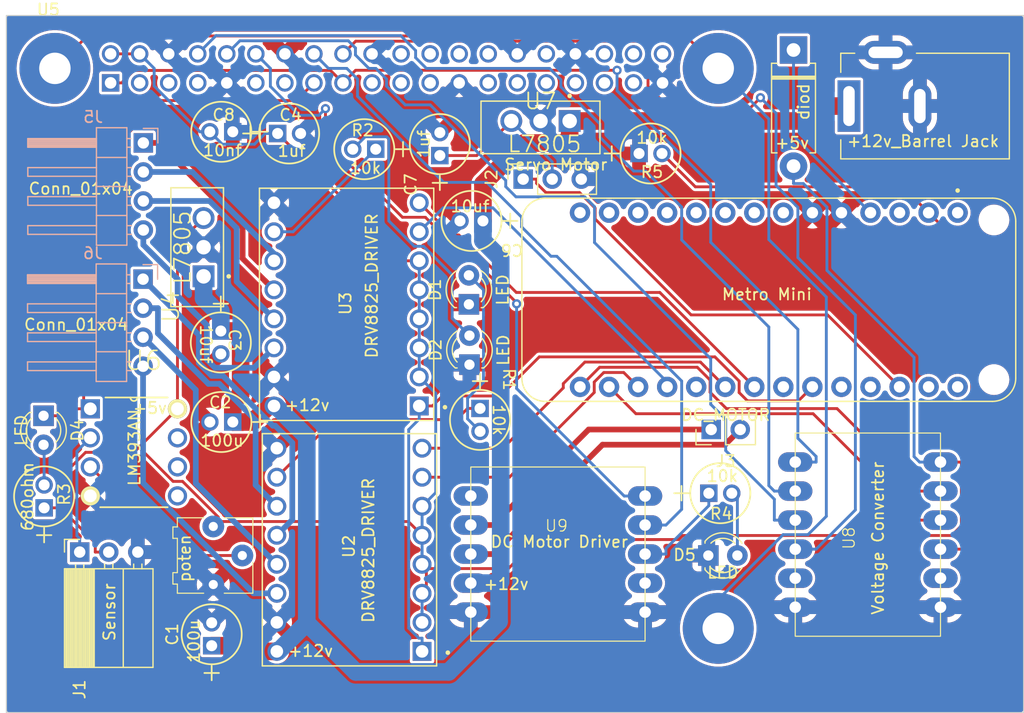
<source format=kicad_pcb>
(kicad_pcb (version 20221018) (generator pcbnew)
  (layers (0 "F.Cu" signal) (31 "B.Cu" signal) (34 "B.Paste" user) (35 "F.Paste" user) (36 "B.SilkS" user "B.Silkscreen") (37 "F.SilkS" user "F.Silkscreen") (38 "B.Mask" user) (39 "F.Mask" user) (44 "Edge.Cuts" user))
  (net 0 "")
  (net 1 "+12V")
  (net 2 "GND")
  (net 3 "+5V")
  (net 4 "Net-(J2-Pin_2)")
  (net 5 "Net-(D1-A)")
  (net 6 "Net-(D2-A)")
  (net 7 "Net-(D3-K)")
  (net 8 "OUTPUT")
  (net 9 "Net-(D4-A)")
  (net 10 "Net-(D5-A)")
  (net 11 "INPUT")
  (net 12 "SERVO")
  (net 13 "M1")
  (net 14 "M2")
  (net 15 "Net-(U2-~{FLT})")
  (net 16 "Net-(U3-~{FLT})")
  (net 17 "Net-(U9-FLT)")
  (net 18 "reset")
  (net 19 "VOLT_ADJUSTEMENT")
  (net 30 "RX_METRO")
  (net 31 "TX_METRO")
  (net 32 "X_STEP")
  (net 33 "Y_STEP")
  (net 35 "X_DIR")
  (net 36 "Y_DIR")
  (net 38 "ENABLE")
  (net 39 "X_LIMIT")
  (net 40 "Y_LIMIT")
  (net 43 "Net-(J5-Pin_1)")
  (net 44 "Net-(J5-Pin_2)")
  (net 45 "Net-(J5-Pin_3)")
  (net 46 "Net-(J5-Pin_4)")
  (net 47 "Net-(J6-Pin_1)")
  (net 48 "Net-(J6-Pin_2)")
  (net 49 "Net-(J6-Pin_3)")
  (net 50 "Net-(J6-Pin_4)")
  (net 51 "+3.3V")
  (net 55 "TX_RASP")
  (net 56 "RX_RASP")
  (net 58 "PWM")
  (net 60 "DIR")
  (net 61 "GPIO24")
  (net 79 "Net-(U5-SHIELD-PadS1)")
  (footprint "Main Library:100u" (layer "F.Cu") (at 102.35 78.6316 90)
    (fp_text reference "R3")
    (fp_text value "680ohm")
  )
  (footprint "Main Library:LM393AN" (layer "F.Cu") (at 114.01 77.585)
    (fp_text reference "U6")
    (fp_text value "LM393AN")
  )
  (footprint "LED_THT:LED_D3.0mm" (layer "F.Cu") (at 160.425 82.8)
    (fp_text reference "D5")
    (fp_text value "LED")
  )
  (footprint "Main Library:100u" (layer "F.Cu") (at 117 90.6933 90)
    (fp_text reference "C1")
    (fp_text value "100u")
  )
  (footprint "Main Library:100u" (layer "F.Cu") (at 122.7684 45.875)
    (fp_text reference "C4")
    (fp_text value "1uf")
  )
  (footprint "Main Library:100u" (layer "F.Cu") (at 118.8466 71.12 180)
    (fp_text reference "C2")
    (fp_text value "100u")
  )
  (footprint "Main Library:100u" (layer "F.Cu") (at 140.465 69.9317 -90)
    (fp_text reference "R1")
    (fp_text value "10k")
  )
  (footprint "Main Library:L7805" (layer "F.Cu") (at 116.293 58.375 90)
    (fp_text reference "U4")
    (fp_text value "L7805")
  )
  (footprint "Main Library:100u" (layer "F.Cu") (at 140.7183 53.525 180)
    (fp_text reference "C6")
    (fp_text value "10uf")
  )
  (footprint "Main Library:DC_MOTOR_DRIVER" (layer "F.Cu") (at 139.655 90.295)
    (fp_text reference "U9")
    (fp_text value "+12v")
  )
  (footprint "Main Library:100u" (layer "F.Cu") (at 118.8433 45.725 180)
    (fp_text reference "C8")
    (fp_text value "10nf")
  )
  (footprint "LED_THT:LED_D3.0mm" (layer "F.Cu") (at 139.49 60.825 90)
    (fp_text reference "D1")
    (fp_text value "LED")
  )
  (footprint "Main Library:L7805" (layer "F.Cu") (at 148.3 44.782 180)
    (fp_text reference "U7")
    (fp_text value "L7805")
  )
  (footprint "Main Library:Metro Mini" (layer "F.Cu") (at 165.715 60.425 -90)
    (fp_text reference "U1" hide)
    (fp_text value "Metro Mini")
  )
  (footprint "PCM_SL_Footprints:potentiometer_3362P" (layer "F.Cu") (at 117.3 82.8 90)
    (fp_text reference "RV1")
    (fp_text value "poten")
  )
  (footprint "Main Library:RASPBERRY_PI_3_MODEL_B_" (layer "F.Cu") (at 142.2918 64.6782)
    (fp_text reference "U5")
    (fp_text value "RASPBERRY_PI_3_MODEL_B_" hide)
  )
  (footprint "Connector_PinSocket_2.54mm:PinSocket_1x03_P2.54mm_Horizontal" (layer "F.Cu") (at 105.46 82.5 90)
    (fp_text reference "J1")
    (fp_text value "Sensor ")
  )
  (footprint "Connector_BarrelJack:BarrelJack_Kycon_KLDX-0202-xC_Horizontal" (layer "F.Cu") (at 172.725 43.475 180)
    (fp_text reference "J4" hide)
    (fp_text value "+12v_Barrel Jack")
  )
  (footprint "Main Library:100u" (layer "F.Cu") (at 136.95 47.8066 90)
    (fp_text reference "C7")
    (fp_text value "1uf")
  )
  (footprint "Main Library:DRV8825" (layer "F.Cu") (at 128.7975 60.825 180)
    (fp_text reference "U3")
    (fp_text value "DRV8825_DRIVER")
  )
  (footprint "Main Library:VOLTAGE LEVEL SHIFTER CONVERTER" (layer "F.Cu") (at 168.025 89.865)
    (fp_text reference "U8")
    (fp_text value "Voltage Converter")
  )
  (footprint "LED_THT:LED_D3.0mm" (layer "F.Cu") (at 139.54 66.1 90)
    (fp_text reference "D2")
    (fp_text value "LED")
  )
  (footprint "LED_THT:LED_D3.0mm" (layer "F.Cu") (at 102.3 70.575 -90)
    (fp_text reference "D4")
    (fp_text value "LED")
  )
  (footprint "Main Library:100u" (layer "F.Cu") (at 131.3433 47.25 180)
    (fp_text reference "R2")
    (fp_text value "10k")
  )
  (footprint "Main Library:100u" (layer "F.Cu") (at 154.3684 47.625)
    (fp_text reference "R5")
    (fp_text value "10k")
  )
  (footprint "Main Library:100u" (layer "F.Cu") (at 160.4684 77.35)
    (fp_text reference "R4")
    (fp_text value "10k")
  )
  (footprint "Connector_PinSocket_2.54mm:PinSocket_2x01_P2.54mm_Vertical" (layer "F.Cu") (at 160.675 71.775 180)
    (fp_text reference "J3")
    (fp_text value "DC_MOTOR")
  )
  (footprint "Main Library:100u" (layer "F.Cu") (at 117.8 63.1567 -90)
    (fp_text reference "C3")
    (fp_text value "10uf")
  )
  (footprint "Diode_THT:D_DO-15_P10.16mm_Horizontal" (layer "F.Cu") (at 167.875 38.57 -90)
    (fp_text reference "+5v" hide)
    (fp_text value "diod")
  )
  (footprint "Main Library:DRV8825" (layer "F.Cu") (at 129.0475 82.3 180)
    (fp_text reference "U2")
    (fp_text value "DRV8825_DRIVER")
  )
  (footprint "Connector_PinSocket_2.54mm:PinSocket_1x03_P2.54mm_Vertical" (layer "F.Cu") (at 144.235 49.868 90)
    (fp_text reference "J2")
    (fp_text value "Servo Motor")
  )
  (footprint "Connector_PinHeader_2.54mm:PinHeader_1x04_P2.54mm_Horizontal" (layer "B.Cu") (at 111 58.62 180)
    (fp_text reference "J6")
    (fp_text value "Conn_01x04")
  )
  (footprint "Connector_PinHeader_2.54mm:PinHeader_1x04_P2.54mm_Horizontal" (layer "B.Cu") (at 111.025 46.7 180)
    (fp_text reference "J5")
    (fp_text value "Conn_01x04")
  )
  (gr_rect (start 99.05 35.55) (end 188 96.55) (stroke (width 0.1)) (fill none) (layer "Edge.Cuts"))
  (segment (start 170.753 43.475) (end 172.725 43.475) (width 1.54) (layer "F.Cu") (net 1))
  (segment (start 119.534 63.1567) (end 117.8 63.1567) (width 1.54) (layer "F.Cu") (net 1))
  (segment (start 121.986 69.715) (end 120.58 71.12) (width 1.54) (layer "F.Cu") (net 1))
  (segment (start 169.446 44.782) (end 170.753 43.475) (width 1.54) (layer "F.Cu") (net 1))
  (segment (start 148.3 44.782) (end 148.3 46.7089) (width 1.54) (layer "F.Cu") (net 1))
  (segment (start 118.847 71.12) (end 118.847 69.3861) (width 1.54) (layer "F.Cu") (net 1))
  (segment (start 119.7135 71.12) (end 118.8466 71.12) (width 1.54) (layer "F.Cu") (net 1))
  (segment (start 117 90.6933) (end 118.734 90.6933) (width 1.54) (layer "F.Cu") (net 1))
  (segment (start 148.3 44.782) (end 169.446 44.782) (width 1.54) (layer "F.Cu") (net 1))
  (segment (start 140.718 50.2872) (end 140.718 53.525) (width 1.54) (layer "F.Cu") (net 1))
  (segment (start 120.58 71.12) (end 119.7135 71.12) (width 1.54) (layer "F.Cu") (net 1))
  (segment (start 122.4475 69.715) (end 121.986 69.715) (width 1.54) (layer "F.Cu") (net 1))
  (segment (start 118.734 90.6933) (end 119.231 91.19) (width 1.54) (layer "F.Cu") (net 1))
  (segment (start 118.847 69.3861) (end 119.534 68.6988) (width 1.54) (layer "F.Cu") (net 1))
  (segment (start 119.534 68.6988) (end 119.534 63.1567) (width 1.54) (layer "F.Cu") (net 1))
  (segment (start 148.3 46.7089) (end 144.297 46.7089) (width 1.54) (layer "F.Cu") (net 1))
  (segment (start 119.7135 71.12) (end 118.847 71.12) (width 1.54) (layer "F.Cu") (net 1))
  (segment (start 140.7183 53.525) (end 140.718 53.525) (width 1.54) (layer "F.Cu") (net 1))
  (segment (start 122.448 69.715) (end 122.4475 69.715) (width 1.54) (layer "F.Cu") (net 1))
  (segment (start 144.297 46.7089) (end 140.718 50.2872) (width 1.54) (layer "F.Cu") (net 1))
  (segment (start 119.231 91.19) (end 122.6975 91.19) (width 1.54) (layer "F.Cu") (net 1))
  (segment (start 122.6975 91.19) (end 122.698 91.19) (width 1.54) (layer "F.Cu") (net 1))
  (segment (start 140.718 54.3919) (end 140.7183 54.3916) (width 1.54) (layer "B.Cu") (net 1))
  (segment (start 140.718 55.2589) (end 140.718 54.3919) (width 1.54) (layer "B.Cu") (net 1))
  (segment (start 122.448 69.715) (end 122.4475 69.715) (width 1.54) (layer "B.Cu") (net 1))
  (segment (start 122.698 91.19) (end 122.825 91.19) (width 1.54) (layer "B.Cu") (net 1))
  (segment (start 125.314 72.4076) (end 122.622 69.715) (width 1.54) (layer "B.Cu") (net 1))
  (segment (start 122.622 69.715) (end 122.448 69.715) (width 1.54) (layer "B.Cu") (net 1))
  (segment (start 117.8 61.4228) (end 117.414 61.4228) (width 1.54) (layer "B.Cu") (net 1))
  (segment (start 122.825 91.19) (end 125.314 88.7012) (width 1.54) (layer "B.Cu") (net 1))
  (segment (start 142.127 85.215) (end 142.27 85.0714) (width 1.54) (layer "B.Cu") (net 1))
  (segment (start 125.314 88.7012) (end 125.314 72.4076) (width 1.54) (layer "B.Cu") (net 1))
  (segment (start 140.718 54.3919) (end 140.718 53.525) (width 1.54) (layer "B.Cu") (net 1))
  (segment (start 125.314 88.7012) (end 129.6 92.9869) (width 1.54) (layer "B.Cu") (net 1))
  (segment (start 117.8 63.1567) (end 117.8 61.4228) (width 1.54) (layer "B.Cu") (net 1))
  (segment (start 139.655 85.215) (end 142.127 85.215) (width 1.54) (layer "B.Cu") (net 1))
  (segment (start 142.27 85.0714) (end 142.27 56.8111) (width 1.54) (layer "B.Cu") (net 1))
  (segment (start 129.6 92.9869) (end 137.718 92.9869) (width 1.54) (layer "B.Cu") (net 1))
  (segment (start 122.6975 91.19) (end 122.698 91.19) (width 1.54) (layer "B.Cu") (net 1))
  (segment (start 142.127 88.5779) (end 142.127 85.215) (width 1.54) (layer "B.Cu") (net 1))
  (segment (start 116.293 60.3019) (end 116.293 58.375) (width 1.54) (layer "B.Cu") (net 1))
  (segment (start 117.414 61.4228) (end 116.293 60.3019) (width 1.54) (layer "B.Cu") (net 1))
  (segment (start 140.7183 54.3916) (end 140.7183 53.525) (width 1.54) (layer "B.Cu") (net 1))
  (segment (start 142.27 56.8111) (end 140.718 55.2589) (width 1.54) (layer "B.Cu") (net 1))
  (segment (start 137.718 92.9869) (end 142.127 88.5779) (width 1.54) (layer "B.Cu") (net 1))
  (segment (start 157.84 81.405) (end 145.486 81.405) (width 0.25) (layer "F.Cu") (net 3))
  (segment (start 117.571 79.8289) (end 117.571 79.4319) (width 0.25) (layer "F.Cu") (net 3))
  (segment (start 182.552 80.199) (end 181.7 81.0507) (width 0.25) (layer "F.Cu") (net 3))
  (segment (start 122.7682 45.8752) (end 122.768 45.875) (width 0.25) (layer "F.Cu") (net 3))
  (segment (start 113.625 76.315) (end 110.643 73.3324) (width 0.25) (layer "F.Cu") (net 3))
  (segment (start 158.194 81.0507) (end 157.84 81.405) (width 0.25) (layer "F.Cu") (net 3))
  (segment (start 110.2 73.775) (end 110.643 73.3324) (width 0.25) (layer "F.Cu") (net 3))
  (segment (start 135.585 85.9225) (end 135.398 86.11) (width 0.25) (layer "F.Cu") (net 3))
  (segment (start 110.702 38.9082) (end 110.7018 38.9082) (width 0.25) (layer "F.Cu") (net 3))
  (segment (start 106.823 82.5) (end 106.823 81.6909) (width 0.25) (layer "F.Cu") (net 3))
  (segment (start 114.454 76.315) (end 113.625 76.315) (width 0.25) (layer "F.Cu") (net 3))
  (segment (start 110.643 73.3324) (end 114.01 69.965) (width 0.25) (layer "F.Cu") (net 3))
  (segment (start 135.398 81.03) (end 135.3977 81.0298) (width 0.25) (layer "F.Cu") (net 3))
  (segment (start 135.148 57.015) (end 135.1475 57.015) (width 0.25) (layer "F.Cu") (net 3))
  (segment (start 182.552 74.625) (end 182.552 80.199) (width 0.25) (layer "F.Cu") (net 3))
  (segment (start 114.01 55.558) (end 116.293 53.275) (width 0.25) (layer "F.Cu") (net 3))
  (segment (start 180.725 74.625) (end 182.552 74.625) (width 0.25) (layer "F.Cu") (net 3))
  (segment (start 108.162 38.9082) (end 108.1618 38.9082) (width 0.25) (layer "F.Cu") (net 3))
  (segment (start 135.3975 83.57) (end 135.398 83.57) (width 0.25) (layer "F.Cu") (net 3))
  (segment (start 114.01 69.965) (end 114.01 55.558) (width 0.25) (layer "F.Cu") (net 3))
  (segment (start 105.972 73.775) (end 110.2 73.775) (width 0.25) (layer "F.Cu") (net 3))
  (segment (start 135.3975 81.03) (end 135.3977 81.0298) (width 0.25) (layer "F.Cu") (net 3))
  (segment (start 133.908 57.015) (end 122.7682 45.8752) (width 0.25) (layer "F.Cu") (net 3))
  (segment (start 122.7684 45.875) (end 122.7682 45.8752) (width 0.25) (layer "F.Cu") (net 3))
  (segment (start 135.1475 57.015) (end 133.908 57.015) (width 0.25) (layer "F.Cu") (net 3))
  (segment (start 108 82.5) (end 106.823 82.5) (width 0.25) (layer "F.Cu") (net 3))
  (segment (start 145.486 81.405) (end 142.946 83.945) (width 0.25) (layer "F.Cu") (net 3))
  (segment (start 117.571 79.8289) (end 117.14 80.26) (width 0.25) (layer "F.Cu") (net 3))
  (segment (start 135.772 83.945) (end 135.398 83.57) (width 0.25) (layer "F.Cu") (net 3))
  (segment (start 135.772 85.735) (end 135.585 85.9225) (width 0.25) (layer "F.Cu") (net 3))
  (segment (start 135.772 83.945) (end 135.772 85.735) (width 0.25) (layer "F.Cu") (net 3))
  (segment (start 135.3977 81.0298) (end 134.196 79.8289) (width 0.25) (layer "F.Cu") (net 3))
  (segment (start 117.571 79.4319) (end 114.454 76.315) (width 0.25) (layer "F.Cu") (net 3))
  (segment (start 110.7018 38.9082) (end 108.162 38.9082) (width 0.25) (layer "F.Cu") (net 3))
  (segment (start 103.764 75.9832) (end 105.972 73.775) (width 0.25) (layer "F.Cu") (net 3))
  (segment (start 103.764 78.6316) (end 102.35 78.6316) (width 0.25) (layer "F.Cu") (net 3))
  (segment (start 181.7 81.0507) (end 158.194 81.0507) (width 0.25) (layer "F.Cu") (net 3))
  (segment (start 142.946 83.945) (end 135.772 83.945) (width 0.25) (layer "F.Cu") (net 3))
  (segment (start 106.823 81.6909) (end 103.764 78.6316) (width 0.25) (layer "F.Cu") (net 3))
  (segment (start 134.196 79.8289) (end 117.571 79.8289) (width 0.25) (layer "F.Cu") (net 3))
  (segment (start 103.764 78.6316) (end 103.764 75.9832) (width 0.25) (layer "F.Cu") (net 3))
  (segment (start 135.585 85.9225) (end 135.3975 86.11) (width 0.25) (layer "F.Cu") (net 3))
  (segment (start 135.3975 86.11) (end 135.398 86.11) (width 0.25) (layer "B.Cu") (net 3))
  (segment (start 167.875 50.2569) (end 167.875 48.73) (width 0.25) (layer "B.Cu") (net 3))
  (segment (start 135.3975 78.49) (end 135.398 78.49) (width 0.25) (layer "B.Cu") (net 3))
  (segment (start 135.3975 87.698) (end 135.3975 88.65) (width 0.25) (layer "B.Cu") (net 3))
  (segment (start 136.591 77.2963) (end 135.398 78.49) (width 0.25) (layer "B.Cu") (net 3))
  (segment (start 135.3975 82.3005) (end 135.3975 83.57) (width 0.25) (layer "B.Cu") (net 3))
  (segment (start 135.398 87.6975) (end 135.398 88.65) (width 0.25) (layer "B.Cu") (net 3))
  (segment (start 122.768 45.875) (end 121.68 45.875) (width 0.25) (layer "B.Cu") (net 3))
  (segment (start 135.1475 64.635) (end 135.148 64.635) (width 0.25) (layer "B.Cu") (net 3))
  (segment (start 135.148 62.095) (end 135.148 64.635) (width 0.25) (layer "B.Cu") (net 3))
  (segment (start 115.972 45.725) (end 111.972 41.7251) (width 0.25) (layer "B.Cu") (net 3))
  (segment (start 135.148 57.015) (end 135.148 59.555) (width 0.25) (layer "B.Cu") (net 3))
  (segment (start 135.398 87.6975) (end 135.3975 87.698) (width 0.25) (layer "B.Cu") (net 3))
  (segment (start 135.398 82.3) (end 135.398 83.57) (width 0.25) (layer "B.Cu") (net 3))
  (segment (start 135.398 81.03) (end 135.3975 81.03) (width 0.25) (layer "B.Cu") (net 3))
  (segment (start 135.148 67.175) (end 136.591 68.6187) (width 0.25) (layer "B.Cu") (net 3))
  (segment (start 122.768 45.875) (end 122.7684 45.875) (width 0.25) (layer "B.Cu") (net 3))
  (segment (start 111.3368 39.5432) (end 110.7018 38.9082) (width 0.25) (layer "B.Cu") (net 3))
  (segment (start 111.337 39.5432) (end 110.702 38.9082) (width 0.25) (layer "B.Cu") (net 3))
  (segment (start 116.837 45.725) (end 116.8367 45.725) (width 0.25) (layer "B.Cu") (net 3))
  (segment (start 135.398 86.11) (end 135.398 87.6975) (width 0.25) (layer "B.Cu") (net 3))
  (segment (start 170.795 52.318) (end 168.734 50.2569) (width 0.25) (layer "B.Cu") (net 3))
  (segment (start 111.972 41.7251) (end 111.972 40.1782) (width 0.25) (layer "B.Cu") (net 3))
  (segment (start 120.741 46.8139) (end 117.926 46.8139) (width 0.25) (layer "B.Cu") (net 3))
  (segment (start 117.926 46.8139) (end 116.837 45.725) (width 0.25) (layer "B.Cu") (net 3))
  (segment (start 136.591 68.6187) (end 136.591 77.2963) (width 0.25) (layer "B.Cu") (net 3))
  (segment (start 135.1475 67.175) (end 135.148 67.175) (width 0.25) (layer "B.Cu") (net 3))
  (segment (start 178.415 74.1419) (end 178.415 65.4698) (width 0.25) (layer "B.Cu") (net 3))
  (segment (start 178.415 65.4698) (end 170.795 57.8498) (width 0.25) (layer "B.Cu") (net 3))
  (segment (start 116.8367 45.725) (end 115.972 45.725) (width 0.25) (layer "B.Cu") (net 3))
  (segment (start 168.734 50.2569) (end 167.875 50.2569) (width 0.25) (layer "B.Cu") (net 3))
  (segment (start 111.972 40.1782) (end 111.337 39.5432) (width 0.25) (layer "B.Cu") (net 3))
  (segment (start 135.398 82.3) (end 135.3975 82.3005) (width 0.25) (layer "B.Cu") (net 3))
  (segment (start 135.1475 59.555) (end 135.148 59.555) (width 0.25) (layer "B.Cu") (net 3))
  (segment (start 135.148 59.555) (end 135.148 62.095) (width 0.25) (layer "B.Cu") (net 3))
  (segment (start 178.898 74.625) (end 178.415 74.1419) (width 0.25) (layer "B.Cu") (net 3))
  (segment (start 135.148 64.635) (end 135.148 67.175) (width 0.25) (layer "B.Cu") (net 3))
  (segment (start 180.725 74.625) (end 178.898 74.625) (width 0.25) (layer "B.Cu") (net 3))
  (segment (start 135.1475 62.095) (end 135.148 62.095) (width 0.25) (layer "B.Cu") (net 3))
  (segment (start 135.398 78.49) (end 135.398 81.03) (width 0.25) (layer "B.Cu") (net 3))
  (segment (start 111.337 39.5432) (end 111.3368 39.5432) (width 0.25) (layer "B.Cu") (net 3))
  (segment (start 121.68 45.875) (end 120.741 46.8139) (width 0.25) (layer "B.Cu") (net 3))
  (segment (start 170.795 57.8498) (end 170.795 52.318) (width 0.25) (layer "B.Cu") (net 3))
  (segment (start 135.398 81.03) (end 135.398 82.3) (width 0.25) (layer "B.Cu") (net 3))
  (segment (start 135.1475 57.015) (end 135.148 57.015) (width 0.25) (layer "B.Cu") (net 3))
  (segment (start 143.2 44.782) (end 140.175 47.8066) (width 0.25) (layer "F.Cu") (net 4))
  (segment (start 140.175 47.8066) (end 136.95 47.8066) (width 0.25) (layer "F.Cu") (net 4))
  (segment (start 146.775 49.868) (end 146.775 48.357) (width 0.25) (layer "B.Cu") (net 4))
  (segment (start 146.775 48.357) (end 143.2 44.782) (width 0.25) (layer "B.Cu") (net 4))
  (segment (start 140.767 67.6435) (end 139.376 69.0343) (width 0.25) (layer "B.Cu") (net 5))
  (segment (start 139.376 69.0343) (end 139.376 70.8494) (width 0.25) (layer "B.Cu") (net 5))
  (segment (start 139.376 70.8494) (end 140.465 71.9383) (width 0.25) (layer "B.Cu") (net 5))
  (segment (start 140.767 59.5619) (end 140.767 67.6435) (width 0.25) (layer "B.Cu") (net 5))
  (segment (start 139.49 58.285) (end 140.767 59.5619) (width 0.25) (layer "B.Cu") (net 5))
  (segment (start 129.337 47.25) (end 130.426 46.1603) (width 0.25) (layer "B.Cu") (net 6))
  (segment (start 132.302 46.1603) (end 132.489 46.3478) (width 0.25) (layer "B.Cu") (net 6))
  (segment (start 138.03 62.0504) (end 139.54 63.56) (width 0.25) (layer "B.Cu") (net 6))
  (segment (start 132.489 53.5224) (end 134.712 55.745) (width 0.25) (layer "B.Cu") (net 6))
  (segment (start 135.526 55.745) (end 138.03 58.2492) (width 0.25) (layer "B.Cu") (net 6))
  (segment (start 130.426 46.1603) (end 132.302 46.1603) (width 0.25) (layer "B.Cu") (net 6))
  (segment (start 129.3367 47.25) (end 129.337 47.25) (width 0.25) (layer "B.Cu") (net 6))
  (segment (start 134.712 55.745) (end 135.526 55.745) (width 0.25) (layer "B.Cu") (net 6))
  (segment (start 138.03 58.2492) (end 138.03 62.0504) (width 0.25) (layer "B.Cu") (net 6))
  (segment (start 132.489 46.3478) (end 132.489 53.5224) (width 0.25) (layer "B.Cu") (net 6))
  (segment (start 167.875 38.57) (end 167.875 46.075) (width 0.25) (layer "B.Cu") (net 7))
  (segment (start 167.875 46.075) (end 174.605 52.805) (width 0.25) (layer "B.Cu") (net 7))
  (segment (start 102.3 70.575) (end 104.615 70.575) (width 0.25) (layer "F.Cu") (net 8))
  (segment (start 104.615 70.575) (end 105.225 69.965) (width 0.25) (layer "F.Cu") (net 8))
  (segment (start 105.808 49.7444) (end 112.559 42.9929) (width 0.25) (layer "F.Cu") (net 8))
  (segment (start 106.39 69.965) (end 105.808 69.965) (width 0.25) (layer "F.Cu") (net 8))
  (segment (start 112.559 42.9929) (end 124.397 42.9929) (width 0.25) (layer "F.Cu") (net 8))
  (segment (start 125.9419 41.4483) (end 125.942 41.4482) (width 0.25) (layer "F.Cu") (net 8))
  (segment (start 125.9418 41.4482) (end 125.9419 41.4483) (width 0.25) (layer "F.Cu") (net 8))
  (segment (start 124.397 42.9929) (end 125.9419 41.4483) (width 0.25) (layer "F.Cu") (net 8))
  (segment (start 105.808 69.965) (end 105.808 49.7444) (width 0.25) (layer "F.Cu") (net 8))
  (segment (start 105.225 69.965) (end 105.808 69.965) (width 0.25) (layer "F.Cu") (net 8))
  (segment (start 102.35 73.165) (end 102.35 76.625) (width 0.25) (layer "B.Cu") (net 9))
  (segment (start 102.3 73.115) (end 102.35 73.165) (width 0.25) (layer "B.Cu") (net 9))
  (segment (start 162.965 77.84) (end 162.475 77.35) (width 0.25) (layer "B.Cu") (net 10))
  (segment (start 162.965 82.8) (end 162.965 77.84) (width 0.25) (layer "B.Cu") (net 10))
  (segment (start 105.46 81.3231) (end 105.213 81.0758) (width 0.25) (layer "B.Cu") (net 11))
  (segment (start 105.213 81.0758) (end 105.213 73.6823) (width 0.25) (layer "B.Cu") (net 11))
  (segment (start 105.46 82.5) (end 105.46 81.3231) (width 0.25) (layer "B.Cu") (net 11))
  (segment (start 105.213 73.6823) (end 106.39 72.505) (width 0.25) (layer "B.Cu") (net 11))
  (segment (start 170.851 61.7506) (end 177.145 68.045) (width 0.25) (layer "F.Cu") (net 12))
  (segment (start 149.166 51.0449) (end 150.529 52.4083) (width 0.25) (layer "F.Cu") (net 12))
  (segment (start 144.235 49.868) (end 145.412 49.868) (width 0.25) (layer "F.Cu") (net 12))
  (segment (start 145.412 49.868) (end 145.412 50.2359) (width 0.25) (layer "F.Cu") (net 12))
  (segment (start 150.529 52.4083) (end 150.529 53.3567) (width 0.25) (layer "F.Cu") (net 12))
  (segment (start 145.412 50.2359) (end 146.221 51.0449) (width 0.25) (layer "F.Cu") (net 12))
  (segment (start 158.923 61.7506) (end 170.851 61.7506) (width 0.25) (layer "F.Cu") (net 12))
  (segment (start 150.529 53.3567) (end 158.923 61.7506) (width 0.25) (layer "F.Cu") (net 12))
  (segment (start 146.221 51.0449) (end 149.166 51.0449) (width 0.25) (layer "F.Cu") (net 12))
  (segment (start 149.967 71.775) (end 160.675 71.775) (width 0.5) (layer "F.Cu") (net 13))
  (segment (start 141.607 80.135) (end 149.967 71.775) (width 0.5) (layer "F.Cu") (net 13))
  (segment (start 139.655 80.135) (end 141.607 80.135) (width 0.5) (layer "F.Cu") (net 13))
  (segment (start 161.884 73.1055) (end 163.215 71.775) (width 0.5) (layer "F.Cu") (net 14))
  (segment (start 139.655 82.675) (end 141.607 82.675) (width 0.5) (layer "F.Cu") (net 14))
  (segment (start 141.607 82.675) (end 151.176 73.1055) (width 0.5) (layer "F.Cu") (net 14))
  (segment (start 151.176 73.1055) (end 161.884 73.1055) (width 0.5) (layer "F.Cu") (net 14))
  (segment (start 122.6975 75.95) (end 122.698 75.95) (width 0.25) (layer "F.Cu") (net 15))
  (segment (start 139.376 69.9317) (end 138.395 70.9127) (width 0.25) (layer "F.Cu") (net 15))
  (segment (start 127.735 70.9127) (end 122.698 75.95) (width 0.25) (layer "F.Cu") (net 15))
  (segment (start 140.465 69.9317) (end 139.376 69.9317) (width 0.25) (layer "F.Cu") (net 15))
  (segment (start 138.395 70.9127) (end 127.735 70.9127) (width 0.25) (layer "F.Cu") (net 15))
  (segment (start 122.4475 54.475) (end 122.448 54.475) (width 0.25) (layer "B.Cu") (net 16))
  (segment (start 130.7709 47.8221) (end 131.343 47.25) (width 0.25) (layer "B.Cu") (net 16))
  (segment (start 130.7712 47.8221) (end 131.3433 47.25) (width 0.25) (layer "B.Cu") (net 16))
  (segment (start 124.118 54.475) (end 130.7709 47.8221) (width 0.25) (layer "B.Cu") (net 16))
  (segment (start 122.448 54.475) (end 124.118 54.475) (width 0.25) (layer "B.Cu") (net 16))
  (segment (start 130.7709 47.8221) (end 130.7712 47.8221) (width 0.25) (layer "B.Cu") (net 16))
  (segment (start 160.4684 77.894) (end 160.4684 77.35) (width 0.25) (layer "B.Cu") (net 17))
  (segment (start 156.722 82.675) (end 154.895 82.675) (width 0.25) (layer "B.Cu") (net 17))
  (segment (start 156.722 82.1854) (end 156.722 82.675) (width 0.25) (layer "B.Cu") (net 17))
  (segment (start 160.468 78.4389) (end 156.722 82.1854) (width 0.25) (layer "B.Cu") (net 17))
  (segment (start 160.468 77.35) (end 160.468 77.8944) (width 0.25) (layer "B.Cu") (net 17))
  (segment (start 160.468 77.8944) (end 160.4684 77.894) (width 0.25) (layer "B.Cu") (net 17))
  (segment (start 160.468 77.8944) (end 160.468 78.4389) (width 0.25) (layer "B.Cu") (net 17))
  (segment (start 183.452 56.5718) (end 179.685 52.805) (width 0.25) (layer "F.Cu") (net 18))
  (segment (start 180.725 82.245) (end 182.552 82.245) (width 0.25) (layer "F.Cu") (net 18))
  (segment (start 156.375 47.625) (end 159.292 50.5425) (width 0.25) (layer "F.Cu") (net 18))
  (segment (start 183.452 81.3451) (end 183.452 56.5718) (width 0.25) (layer "F.Cu") (net 18))
  (segment (start 177.422 50.5425) (end 179.685 52.805) (width 0.25) (layer "F.Cu") (net 18))
  (segment (start 182.552 82.245) (end 183.452 81.3451) (width 0.25) (layer "F.Cu") (net 18))
  (segment (start 159.292 50.5425) (end 177.422 50.5425) (width 0.25) (layer "F.Cu") (net 18))
  (segment (start 114.145 82.8) (end 106.39 75.045) (width 0.25) (layer "F.Cu") (net 19))
  (segment (start 119.68 82.8) (end 114.145 82.8) (width 0.25) (layer "F.Cu") (net 19))
  (segment (start 180.725 77.165) (end 178.898 77.165) (width 0.25) (layer "F.Cu") (net 30))
  (segment (start 162.006 69.9456) (end 160.581 68.5201) (width 0.25) (layer "F.Cu") (net 30))
  (segment (start 150.918 66.3317) (end 149.205 68.045) (width 0.25) (layer "F.Cu") (net 30))
  (segment (start 160.581 67.4506) (end 159.462 66.3317) (width 0.25) (layer "F.Cu") (net 30))
  (segment (start 160.581 68.5201) (end 160.581 67.4506) (width 0.25) (layer "F.Cu") (net 30))
  (segment (start 178.898 77.165) (end 171.679 69.9456) (width 0.25) (layer "F.Cu") (net 30))
  (segment (start 159.462 66.3317) (end 150.918 66.3317) (width 0.25) (layer "F.Cu") (net 30))
  (segment (start 171.679 69.9456) (end 162.006 69.9456) (width 0.25) (layer "F.Cu") (net 30))
  (segment (start 178.898 79.705) (end 180.725 79.705) (width 0.25) (layer "F.Cu") (net 31))
  (segment (start 169.591 70.3975) (end 178.898 79.705) (width 0.25) (layer "F.Cu") (net 31))
  (segment (start 151.745 68.045) (end 154.098 70.3975) (width 0.25) (layer "F.Cu") (net 31))
  (segment (start 154.098 70.3975) (end 169.591 70.3975) (width 0.25) (layer "F.Cu") (net 31))
  (segment (start 151.284144 66.789) (end 153.029 66.789) (width 0.25) (layer "F.Cu") (net 32))
  (segment (start 150.45 67.623144) (end 151.284144 66.789) (width 0.25) (layer "F.Cu") (net 32))
  (segment (start 135.3975 75.95) (end 143.033 75.95) (width 0.25) (layer "F.Cu") (net 32))
  (segment (start 143.033 75.95) (end 150.45 68.533) (width 0.25) (layer "F.Cu") (net 32))
  (segment (start 150.45 68.533) (end 150.45 67.623144) (width 0.25) (layer "F.Cu") (net 32))
  (segment (start 153.029 66.789) (end 154.285 68.045) (width 0.25) (layer "F.Cu") (net 32))
  (segment (start 156.825 67.6225) (end 156.825 68.045) (width 0.25) (layer "B.Cu") (net 33))
  (segment (start 137.242 52.3802) (end 141.583 52.3802) (width 0.25) (layer "B.Cu") (net 33))
  (segment (start 135.1475 54.475) (end 135.148 54.475) (width 0.25) (layer "B.Cu") (net 33))
  (segment (start 141.583 52.3802) (end 156.825 67.6225) (width 0.25) (layer "B.Cu") (net 33))
  (segment (start 135.148 54.475) (end 137.242 52.3802) (width 0.25) (layer "B.Cu") (net 33))
  (segment (start 142.47 73.41) (end 135.398 73.41) (width 0.25) (layer "F.Cu") (net 35))
  (segment (start 147.743 68.1368) (end 142.47 73.41) (width 0.25) (layer "F.Cu") (net 35))
  (segment (start 149.631 65.8745) (end 147.743 67.7625) (width 0.25) (layer "F.Cu") (net 35))
  (segment (start 159.734 65.8745) (end 149.631 65.8745) (width 0.25) (layer "F.Cu") (net 35))
  (segment (start 161.905 68.045) (end 159.734 65.8745) (width 0.25) (layer "F.Cu") (net 35))
  (segment (start 147.743 67.7625) (end 147.743 68.1368) (width 0.25) (layer "F.Cu") (net 35))
  (segment (start 135.398 73.41) (end 135.3975 73.41) (width 0.25) (layer "F.Cu") (net 35))
  (segment (start 135.1475 51.935) (end 135.148 51.935) (width 0.25) (layer "F.Cu") (net 36))
  (segment (start 135.148 51.935) (end 137.972 54.7593) (width 0.25) (layer "F.Cu") (net 36))
  (segment (start 143.636 59.7849) (end 156.185 59.7849) (width 0.25) (layer "F.Cu") (net 36))
  (segment (start 137.972 54.7593) (end 138.611 54.7593) (width 0.25) (layer "F.Cu") (net 36))
  (segment (start 138.611 54.7593) (end 143.636 59.7849) (width 0.25) (layer "F.Cu") (net 36))
  (segment (start 156.185 59.7849) (end 164.445 68.045) (width 0.25) (layer "F.Cu") (net 36))
  (segment (start 169.525 68.045) (end 168.298 69.2725) (width 0.25) (layer "F.Cu") (net 38))
  (segment (start 168.298 69.2725) (end 163.849 69.2725) (width 0.25) (layer "F.Cu") (net 38))
  (segment (start 142.226 68.8428) (end 137.172 68.8428) (width 0.25) (layer "F.Cu") (net 38))
  (segment (start 161.002 65.4226) (end 145.646 65.4226) (width 0.25) (layer "F.Cu") (net 38))
  (segment (start 135.148 69.715) (end 135.1475 69.715) (width 0.25) (layer "F.Cu") (net 38))
  (segment (start 163.121 67.5413) (end 161.002 65.4226) (width 0.25) (layer "F.Cu") (net 38))
  (segment (start 137.172 68.8428) (end 136.299 69.715) (width 0.25) (layer "F.Cu") (net 38))
  (segment (start 136.299 69.715) (end 135.148 69.715) (width 0.25) (layer "F.Cu") (net 38))
  (segment (start 145.646 65.4226) (end 142.226 68.8428) (width 0.25) (layer "F.Cu") (net 38))
  (segment (start 163.849 69.2725) (end 163.121 68.5447) (width 0.25) (layer "F.Cu") (net 38))
  (segment (start 163.121 68.5447) (end 163.121 67.5413) (width 0.25) (layer "F.Cu") (net 38))
  (segment (start 134.227 71.787) (end 134.227 89.156) (width 0.25) (layer "B.Cu") (net 38))
  (segment (start 135.3975 90.6145) (end 135.3975 91.19) (width 0.25) (layer "B.Cu") (net 38))
  (segment (start 135.398 90.0381) (end 135.398 90.614) (width 0.25) (layer "B.Cu") (net 38))
  (segment (start 135.148 69.715) (end 135.148 70.2909) (width 0.25) (layer "B.Cu") (net 38))
  (segment (start 135.1475 70.2904) (end 135.1475 69.715) (width 0.25) (layer "B.Cu") (net 38))
  (segment (start 135.148 70.8669) (end 134.227 71.787) (width 0.25) (layer "B.Cu") (net 38))
  (segment (start 135.398 90.614) (end 135.3975 90.6145) (width 0.25) (layer "B.Cu") (net 38))
  (segment (start 135.148 70.2909) (end 135.148 70.8669) (width 0.25) (layer "B.Cu") (net 38))
  (segment (start 135.11 90.0381) (end 135.398 90.0381) (width 0.25) (layer "B.Cu") (net 38))
  (segment (start 134.227 89.156) (end 135.11 90.0381) (width 0.25) (layer "B.Cu") (net 38))
  (segment (start 135.398 90.614) (end 135.398 91.19) (width 0.25) (layer "B.Cu") (net 38))
  (segment (start 135.148 70.2909) (end 135.1475 70.2904) (width 0.25) (layer "B.Cu") (net 38))
  (segment (start 121.6646 58.7718) (end 122.448 59.555) (width 0.5) (layer "F.Cu") (net 43))
  (segment (start 119.706 56.8137) (end 121.6646 58.7718) (width 0.5) (layer "F.Cu") (net 43))
  (segment (start 122.4475 59.5547) (end 122.4475 59.555) (width 0.5) (layer "F.Cu") (net 43))
  (segment (start 119.706 54.0793) (end 119.706 56.8137) (width 0.5) (layer "F.Cu") (net 43))
  (segment (start 121.6646 58.7718) (end 122.4475 59.5547) (width 0.5) (layer "F.Cu") (net 43))
  (segment (start 111.025 46.7) (end 112.327 46.7) (width 0.5) (layer "F.Cu") (net 43))
  (segment (start 112.327 46.7) (end 119.706 54.0793) (width 0.5) (layer "F.Cu") (net 43))
  (segment (start 115.304 49.24) (end 122.448 56.3838) (width 0.5) (layer "B.Cu") (net 44))
  (segment (start 111.025 49.24) (end 115.304 49.24) (width 0.5) (layer "B.Cu") (net 44))
  (segment (start 122.448 56.6994) (end 122.4475 56.6999) (width 0.5) (layer "B.Cu") (net 44))
  (segment (start 122.448 56.3838) (end 122.448 56.6994) (width 0.5) (layer "B.Cu") (net 44))
  (segment (start 122.4475 56.6999) (end 122.4475 57.015) (width 0.5) (layer "B.Cu") (net 44))
  (segment (start 122.448 56.6994) (end 122.448 57.015) (width 0.5) (layer "B.Cu") (net 44))
  (segment (start 111.025 51.78) (end 116.814 51.78) (width 0.5) (layer "B.Cu") (net 45))
  (segment (start 122.4477 62.0948) (end 122.448 62.095) (width 0.5) (layer "B.Cu") (net 45))
  (segment (start 119.188 58.8351) (end 122.4477 62.0948) (width 0.5) (layer "B.Cu") (net 45))
  (segment (start 119.188 54.1533) (end 119.188 58.8351) (width 0.5) (layer "B.Cu") (net 45))
  (segment (start 122.4475 62.095) (end 122.4477 62.0948) (width 0.5) (layer "B.Cu") (net 45))
  (segment (start 116.814 51.78) (end 119.188 54.1533) (width 0.5) (layer "B.Cu") (net 45))
  (segment (start 116.578 62.6376) (end 116.578 65.6581) (width 0.5) (layer "B.Cu") (net 46))
  (segment (start 122.4475 64.635) (end 122.4477 64.6352) (width 0.5) (layer "B.Cu") (net 46))
  (segment (start 116.578 65.6581) (end 117.297 66.3772) (width 0.5) (layer "B.Cu") (net 46))
  (segment (start 111.025 55.6219) (end 114.025 58.6215) (width 0.5) (layer "B.Cu") (net 46))
  (segment (start 111.025 54.32) (end 111.025 55.6219) (width 0.5) (layer "B.Cu") (net 46))
  (segment (start 114.025 60.0841) (end 116.578 62.6376) (width 0.5) (layer "B.Cu") (net 46))
  (segment (start 114.025 58.6215) (end 114.025 60.0841) (width 0.5) (layer "B.Cu") (net 46))
  (segment (start 117.297 66.3772) (end 120.705 66.3772) (width 0.5) (layer "B.Cu") (net 46))
  (segment (start 120.705 66.3772) (end 122.4477 64.6352) (width 0.5) (layer "B.Cu") (net 46))
  (segment (start 122.4477 64.6352) (end 122.448 64.635) (width 0.5) (layer "B.Cu") (net 46))
  (segment (start 111 58.62) (end 115.876 63.4962) (width 0.5) (layer "B.Cu") (net 47))
  (segment (start 117.006 67.0791) (end 117.984 67.0791) (width 0.5) (layer "B.Cu") (net 47))
  (segment (start 122.345 71.4405) (end 122.549 71.4405) (width 0.5) (layer "B.Cu") (net 47))
  (segment (start 115.876 65.9489) (end 117.006 67.0791) (width 0.5) (layer "B.Cu") (net 47))
  (segment (start 124.049 79.6789) (end 122.698 81.03) (width 0.5) (layer "B.Cu") (net 47))
  (segment (start 124.049 72.9403) (end 124.049 79.6789) (width 0.5) (layer "B.Cu") (net 47))
  (segment (start 117.984 67.0791) (end 122.345 71.4405) (width 0.5) (layer "B.Cu") (net 47))
  (segment (start 115.876 63.4962) (end 115.876 65.9489) (width 0.5) (layer "B.Cu") (net 47))
  (segment (start 122.549 71.4405) (end 124.049 72.9403) (width 0.5) (layer "B.Cu") (net 47))
  (segment (start 122.6975 81.03) (end 122.698 81.03) (width 0.5) (layer "B.Cu") (net 47))
  (segment (start 122.08 77.8721) (end 122.698 78.49) (width 0.5) (layer "B.Cu") (net 48))
  (segment (start 120.844 70.9541) (end 120.844 76.6363) (width 0.5) (layer "B.Cu") (net 48))
  (segment (start 112.302 61.16) (end 112.302 63.3673) (width 0.5) (layer "B.Cu") (net 48))
  (segment (start 112.302 63.3673) (end 116.716 67.781) (width 0.5) (layer "B.Cu") (net 48))
  (segment (start 122.08 77.8721) (end 122.6975 78.4896) (width 0.5) (layer "B.Cu") (net 48))
  (segment (start 116.716 67.781) (end 117.671 67.781) (width 0.5) (layer "B.Cu") (net 48))
  (segment (start 117.671 67.781) (end 120.844 70.9541) (width 0.5) (layer "B.Cu") (net 48))
  (segment (start 120.844 76.6363) (end 122.08 77.8721) (width 0.5) (layer "B.Cu") (net 48))
  (segment (start 122.6975 78.4896) (end 122.6975 78.49) (width 0.5) (layer "B.Cu") (net 48))
  (segment (start 111 61.16) (end 112.302 61.16) (width 0.5) (layer "B.Cu") (net 48))
  (segment (start 115.612 76.4845) (end 115.612 68.312) (width 0.5) (layer "B.Cu") (net 49))
  (segment (start 115.612 68.312) (end 111 63.7) (width 0.5) (layer "B.Cu") (net 49))
  (segment (start 122.6975 83.57) (end 122.6977 83.5698) (width 0.5) (layer "B.Cu") (net 49))
  (segment (start 122.6977 83.5698) (end 115.612 76.4845) (width 0.5) (layer "B.Cu") (net 49))
  (segment (start 122.698 83.57) (end 122.6977 83.5698) (width 0.5) (layer "B.Cu") (net 49))
  (segment (start 111 66.24) (end 111 76.4463) (width 0.5) (layer "B.Cu") (net 50))
  (segment (start 122.6975 86.11) (end 122.698 86.11) (width 0.5) (layer "B.Cu") (net 50))
  (segment (start 111 76.4463) (end 120.664 86.11) (width 0.5) (layer "B.Cu") (net 50))
  (segment (start 120.664 86.11) (end 122.6975 86.11) (width 0.5) (layer "B.Cu") (net 50))
  (segment (start 128.4818 41.4482) (end 128.4819 41.4481) (width 0.25) (layer "F.Cu") (net 51))
  (segment (start 128.482 41.4482) (end 128.4819 41.4481) (width 0.25) (layer "F.Cu") (net 51))
  (segment (start 109.251 41.4482) (end 108.162 41.4482) (width 0.25) (layer "F.Cu") (net 51))
  (segment (start 127.393 40.3593) (end 110.203 40.3593) (width 0.25) (layer "F.Cu") (net 51))
  (segment (start 110.203 40.3593) (end 109.251 41.312) (width 0.25) (layer "F.Cu") (net 51))
  (segment (start 152.444 40.3456) (end 129.584 40.3456) (width 0.25) (layer "F.Cu") (net 51))
  (segment (start 109.251 41.312) (end 109.251 41.4482) (width 0.25) (layer "F.Cu") (net 51))
  (segment (start 108.162 41.4482) (end 108.1618 41.4482) (width 0.25) (layer "F.Cu") (net 51))
  (segment (start 129.584 40.3456) (end 128.482 41.4482) (width 0.25) (layer "F.Cu") (net 51))
  (segment (start 128.4819 41.4481) (end 127.393 40.3593) (width 0.25) (layer "F.Cu") (net 51))
  (via (at 152.444 40.3456) (size 0.8) (drill 0.4) (layers "F.Cu" "B.Cu") (net 51))
  (segment (start 168.255 72.5406) (end 168.255 63.0153) (width 0.25) (layer "B.Cu") (net 51))
  (segment (start 160.635 50.3291) (end 152.444 42.1385) (width 0.25) (layer "B.Cu") (net 51))
  (segment (start 152.444 42.1385) (end 152.444 40.3456) (width 0.25) (layer "B.Cu") (net 51))
  (segment (start 169.852 74.625) (end 169.852 74.1375) (width 0.25) (layer "B.Cu") (net 51))
  (segment (start 168.025 74.625) (end 169.852 74.625) (width 0.25) (layer "B.Cu") (net 51))
  (segment (start 169.852 74.1375) (end 168.255 72.5406) (width 0.25) (layer "B.Cu") (net 51))
  (segment (start 168.255 63.0153) (end 160.635 55.3953) (width 0.25) (layer "B.Cu") (net 51))
  (segment (start 160.635 55.3953) (end 160.635 50.3291) (width 0.25) (layer "B.Cu") (net 51))
  (segment (start 166.198 77.165) (end 165.715 76.6819) (width 0.25) (layer "B.Cu") (net 55))
  (segment (start 148.837 43.0968) (end 147.532 41.7919) (width 0.25) (layer "B.Cu") (net 55))
  (segment (start 147.532 41.1658) (end 146.544 40.1782) (width 0.25) (layer "B.Cu") (net 55))
  (segment (start 150.951 46.2109) (end 150.951 45.0416) (width 0.25) (layer "B.Cu") (net 55))
  (segment (start 165.715 76.6819) (end 165.715 62.8045) (width 0.25) (layer "B.Cu") (net 55))
  (segment (start 134.832 38.6158) (end 133.528 37.3115) (width 0.25) (layer "B.Cu") (net 55))
  (segment (start 153.906 49.1658) (end 150.951 46.2109) (width 0.25) (layer "B.Cu") (net 55))
  (segment (start 134.832 39.2404) (end 134.832 38.6158) (width 0.25) (layer "B.Cu") (net 55))
  (segment (start 150.951 45.0416) (end 149.006 43.0968) (width 0.25) (layer "B.Cu") (net 55))
  (segment (start 158.095 55.1845) (end 158.095 52.3175) (width 0.25) (layer "B.Cu") (net 55))
  (segment (start 147.532 41.7919) (end 147.532 41.1658) (width 0.25) (layer "B.Cu") (net 55))
  (segment (start 135.77 40.1782) (end 134.832 39.2404) (width 0.25) (layer "B.Cu") (net 55))
  (segment (start 146.544 40.1782) (end 135.77 40.1782) (width 0.25) (layer "B.Cu") (net 55))
  (segment (start 154.943 49.1658) (end 153.906 49.1658) (width 0.25) (layer "B.Cu") (net 55))
  (segment (start 115.7818 38.9082) (end 115.782 38.9082) (width 0.25) (layer "B.Cu") (net 55))
  (segment (start 117.378 37.3115) (end 115.782 38.9082) (width 0.25) (layer "B.Cu") (net 55))
  (segment (start 133.528 37.3115) (end 117.378 37.3115) (width 0.25) (layer "B.Cu") (net 55))
  (segment (start 149.006 43.0968) (end 148.837 43.0968) (width 0.25) (layer "B.Cu") (net 55))
  (segment (start 158.095 52.3175) (end 154.943 49.1658) (width 0.25) (layer "B.Cu") (net 55))
  (segment (start 165.715 62.8045) (end 158.095 55.1845) (width 0.25) (layer "B.Cu") (net 55))
  (segment (start 168.025 77.165) (end 166.198 77.165) (width 0.25) (layer "B.Cu") (net 55))
  (segment (start 161.945 70.8826) (end 160.635 69.5727) (width 0.25) (layer "B.Cu") (net 56))
  (segment (start 119.465 37.7649) (end 118.322 38.9082) (width 0.25) (layer "B.Cu") (net 56))
  (segment (start 166.198 79.705) (end 166.198 77.8781) (width 0.25) (layer "B.Cu") (net 56))
  (segment (start 132.292 41.7371) (end 132.292 41.116) (width 0.25) (layer "B.Cu") (net 56))
  (segment (start 149.613 51.4195) (end 143.606 51.4195) (width 0.25) (layer "B.Cu") (net 56))
  (segment (start 130.745 40.1782) (end 129.571 39.0039) (width 0.25) (layer "B.Cu") (net 56))
  (segment (start 142.712 50.5258) (end 142.712 49.9805) (width 0.25) (layer "B.Cu") (net 56))
  (segment (start 131.354 40.1782) (end 130.745 40.1782) (width 0.25) (layer "B.Cu") (net 56))
  (segment (start 160.635 69.5727) (end 160.635 65.581) (width 0.25) (layer "B.Cu") (net 56))
  (segment (start 150.475 55.421) (end 150.475 52.2819) (width 0.25) (layer "B.Cu") (net 56))
  (segment (start 143.606 51.4195) (end 142.712 50.5258) (width 0.25) (layer "B.Cu") (net 56))
  (segment (start 142.712 49.9805) (end 136.104 43.3717) (width 0.25) (layer "B.Cu") (net 56))
  (segment (start 161.945 73.6249) (end 161.945 70.8826) (width 0.25) (layer "B.Cu") (net 56))
  (segment (start 150.475 52.2819) (end 149.613 51.4195) (width 0.25) (layer "B.Cu") (net 56))
  (segment (start 132.292 41.116) (end 131.354 40.1782) (width 0.25) (layer "B.Cu") (net 56))
  (segment (start 129.571 38.3911) (end 128.944 37.7649) (width 0.25) (layer "B.Cu") (net 56))
  (segment (start 168.025 79.705) (end 166.198 79.705) (width 0.25) (layer "B.Cu") (net 56))
  (segment (start 118.3218 38.9082) (end 118.322 38.9082) (width 0.25) (layer "B.Cu") (net 56))
  (segment (start 128.944 37.7649) (end 119.465 37.7649) (width 0.25) (layer "B.Cu") (net 56))
  (segment (start 166.198 77.8781) (end 161.945 73.6249) (width 0.25) (layer "B.Cu") (net 56))
  (segment (start 129.571 39.0039) (end 129.571 38.3911) (width 0.25) (layer "B.Cu") (net 56))
  (segment (start 133.926 43.3717) (end 132.292 41.7371) (width 0.25) (layer "B.Cu") (net 56))
  (segment (start 136.104 43.3717) (end 133.926 43.3717) (width 0.25) (layer "B.Cu") (net 56))
  (segment (start 160.635 65.581) (end 150.475 55.421) (width 0.25) (layer "B.Cu") (net 56))
  (segment (start 135.686 53.205) (end 138.346 55.8646) (width 0.25) (layer "F.Cu") (net 58))
  (segment (start 126.95 46.473) (end 133.682 53.205) (width 0.25) (layer "F.Cu") (net 58))
  (segment (start 138.346 55.8646) (end 138.838 55.8646) (width 0.25) (layer "F.Cu") (net 58))
  (segment (start 143.663 60.6891) (end 143.663 60.778) (width 0.25) (layer "F.Cu") (net 58))
  (segment (start 138.838 55.8646) (end 143.663 60.6891) (width 0.25) (layer "F.Cu") (net 58))
  (segment (start 126.95 43.7) (end 126.95 46.473) (width 0.25) (layer "F.Cu") (net 58))
  (segment (start 133.682 53.205) (end 135.686 53.205) (width 0.25) (layer "F.Cu") (net 58))
  (via (at 143.663 60.778) (size 0.8) (drill 0.4) (layers "F.Cu" "B.Cu") (net 58))
  (via (at 126.95 43.7) (size 0.8) (drill 0.4) (layers "F.Cu" "B.Cu") (net 58))
  (segment (start 121.4968 39.5432) (end 120.8618 38.9082) (width 0.25) (layer "B.Cu") (net 58))
  (segment (start 122.132 41.7577) (end 122.132 40.1782) (width 0.25) (layer "B.Cu") (net 58))
  (segment (start 124.657 44.2827) (end 122.132 41.7577) (width 0.25) (layer "B.Cu") (net 58))
  (segment (start 120.862 38.9082) (end 121.497 39.5432) (width 0.25) (layer "B.Cu") (net 58))
  (segment (start 143.663 68.1898) (end 143.663 60.778) (width 0.25) (layer "B.Cu") (net 58))
  (segment (start 154.895 77.595) (end 153.068 77.595) (width 0.25) (layer "B.Cu") (net 58))
  (segment (start 121.497 39.5432) (end 121.4968 39.5432) (width 0.25) (layer "B.Cu") (net 58))
  (segment (start 122.132 40.1782) (end 121.497 39.5432) (width 0.25) (layer "B.Cu") (net 58))
  (segment (start 153.068 77.595) (end 143.663 68.1898) (width 0.25) (layer "B.Cu") (net 58))
  (segment (start 126.3673 44.2827) (end 124.657 44.2827) (width 0.25) (layer "B.Cu") (net 58))
  (segment (start 126.95 43.7) (end 126.3673 44.2827) (width 0.25) (layer "B.Cu") (net 58))
  (segment (start 126.577 39.5432) (end 125.942 38.9082) (width 0.25) (layer "B.Cu") (net 60))
  (segment (start 127.212 40.1782) (end 126.577 39.5432) (width 0.25) (layer "B.Cu") (net 60))
  (segment (start 158.095 78.7619) (end 158.095 67.5362) (width 0.25) (layer "B.Cu") (net 60))
  (segment (start 141.05 50.15) (end 137.2863 50.15) (width 0.25) (layer "B.Cu") (net 60))
  (segment (start 158.095 67.5362) (end 147.174 56.615) (width 0.25) (layer "B.Cu") (net 60))
  (segment (start 129.752 41.116) (end 128.814 40.1782) (width 0.25) (layer "B.Cu") (net 60))
  (segment (start 126.577 39.5432) (end 126.5768 39.5432) (width 0.25) (layer "B.Cu") (net 60))
  (segment (start 146.665 56.615) (end 144.1 54.05) (width 0.25) (layer "B.Cu") (net 60))
  (segment (start 154.895 80.135) (end 156.722 80.135) (width 0.25) (layer "B.Cu") (net 60))
  (segment (start 128.814 40.1782) (end 127.212 40.1782) (width 0.25) (layer "B.Cu") (net 60))
  (segment (start 129.752 42.6157) (end 129.752 41.116) (width 0.25) (layer "B.Cu") (net 60))
  (segment (start 147.174 56.615) (end 146.665 56.615) (width 0.25) (layer "B.Cu") (net 60))
  (segment (start 137.2863 50.15) (end 129.752 42.6157) (width 0.25) (layer "B.Cu") (net 60))
  (segment (start 144.1 53.2) (end 141.05 50.15) (width 0.25) (layer "B.Cu") (net 60))
  (segment (start 144.1 54.05) (end 144.1 53.2) (width 0.25) (layer "B.Cu") (net 60))
  (segment (start 126.5768 39.5432) (end 125.9418 38.9082) (width 0.25) (layer "B.Cu") (net 60))
  (segment (start 156.722 80.135) (end 158.095 78.7619) (width 0.25) (layer "B.Cu") (net 60))
  (segment (start 128.4818 38.9082) (end 128.482 38.9082) (width 0.25) (layer "F.Cu") (net 61))
  (segment (start 164.984 42.7437) (end 164.083 43.6451) (width 0.25) (layer "F.Cu") (net 61))
  (segment (start 155.152 41.7736) (end 155.152 38.5546) (width 0.25) (layer "F.Cu") (net 61))
  (segment (start 129.59 37.8005) (end 128.482 38.9082) (width 0.25) (layer "F.Cu") (net 61))
  (segment (start 157.023 43.6451) (end 155.152 41.7736) (width 0.25) (layer "F.Cu") (net 61))
  (segment (start 164.083 43.6451) (end 157.023 43.6451) (width 0.25) (layer "F.Cu") (net 61))
  (segment (start 154.398 37.8005) (end 129.59 37.8005) (width 0.25) (layer "F.Cu") (net 61))
  (segment (start 155.152 38.5546) (end 154.398 37.8005) (width 0.25) (layer "F.Cu") (net 61))
  (via (at 164.984 42.7437) (size 0.8) (drill 0.4) (layers "F.Cu" "B.Cu") (net 61))
  (segment (start 173.283 61.7554) (end 168.255 56.7278) (width 0.25) (layer "B.Cu") (net 61))
  (segment (start 168.025 82.245) (end 169.852 82.245) (width 0.25) (layer "B.Cu") (net 61))
  (segment (start 173.283 78.8143) (end 173.283 61.7554) (width 0.25) (layer "B.Cu") (net 61))
  (segment (start 166.348 50.4283) (end 166.348 44.1074) (width 0.25) (layer "B.Cu") (net 61))
  (segment (start 169.852 82.245) (end 173.283 78.8143) (width 0.25) (layer "B.Cu") (net 61))
  (segment (start 166.348 44.1074) (end 164.984 42.7437) (width 0.25) (layer "B.Cu") (net 61))
  (segment (start 168.255 56.7278) (end 168.255 52.3352) (width 0.25) (layer "B.Cu") (net 61))
  (segment (start 168.255 52.3352) (end 166.348 50.4283) (width 0.25) (layer "B.Cu") (net 61))
  (segment (start 104.71 38.76) (end 103.292 40.1782) (width 0.25) (layer "F.Cu") (net 79))
  (segment (start 159.8736 38.76) (end 161.2918 40.1782) (width 0.25) (layer "F.Cu") (net 79))
  (segment (start 159.8735 38.76) (end 159.8736 38.76) (width 0.25) (layer "F.Cu") (net 79))
  (segment (start 104.71 38.76) (end 103.2918 40.1782) (width 0.25) (layer "F.Cu") (net 79))
  (segment (start 158.455 37.3418) (end 106.128 37.3418) (width 0.25) (layer "F.Cu") (net 79))
  (segment (start 161.292 40.1782) (end 159.8735 38.76) (width 0.25) (layer "F.Cu") (net 79))
  (segment (start 159.8735 38.76) (end 158.455 37.3418) (width 0.25) (layer "F.Cu") (net 79))
  (segment (start 106.128 37.3418) (end 104.71 38.76) (width 0.25) (layer "F.Cu") (net 79))
  (segment (start 170.743 79.3692) (end 169.137 80.975) (width 0.25) (layer "B.Cu") (net 79))
  (segment (start 170.743 60.1833) (end 170.743 79.3692) (width 0.25) (layer "B.Cu") (net 79))
  (segment (start 161.292 86.6486) (end 161.292 89.1782) (width 0.25) (layer "B.Cu") (net 79))
  (segment (start 161.2918 89.1782) (end 161.292 89.1782) (width 0.25) (layer "B.Cu") (net 79))
  (segment (start 161.292 40.1782) (end 165.715 44.6014) (width 0.25) (layer "B.Cu") (net 79))
  (segment (start 165.715 44.6014) (end 165.715 55.1552) (width 0.25) (layer "B.Cu") (net 79))
  (segment (start 166.965 80.975) (end 161.292 86.6486) (width 0.25) (layer "B.Cu") (net 79))
  (segment (start 161.2918 40.1782) (end 161.292 40.1782) (width 0.25) (layer "B.Cu") (net 79))
  (segment (start 169.137 80.975) (end 166.965 80.975) (width 0.25) (layer "B.Cu") (net 79))
  (segment (start 165.715 55.1552) (end 170.743 60.1833) (width 0.25) (layer "B.Cu") (net 79))
  (zone (net 2) (net_name "GND") (layers "F&B.Cu") (connect_pads (clearance 0.25)) (min_thickness 0.5) (fill yes (thermal_gap 0.5) (thermal_bridge_width 1.2))
    (polygon (pts (xy 99.06 35.56) (xy 187.96 35.56) (xy 187.96 96.52) (xy 99.06 96.52)))
  )
)
</source>
